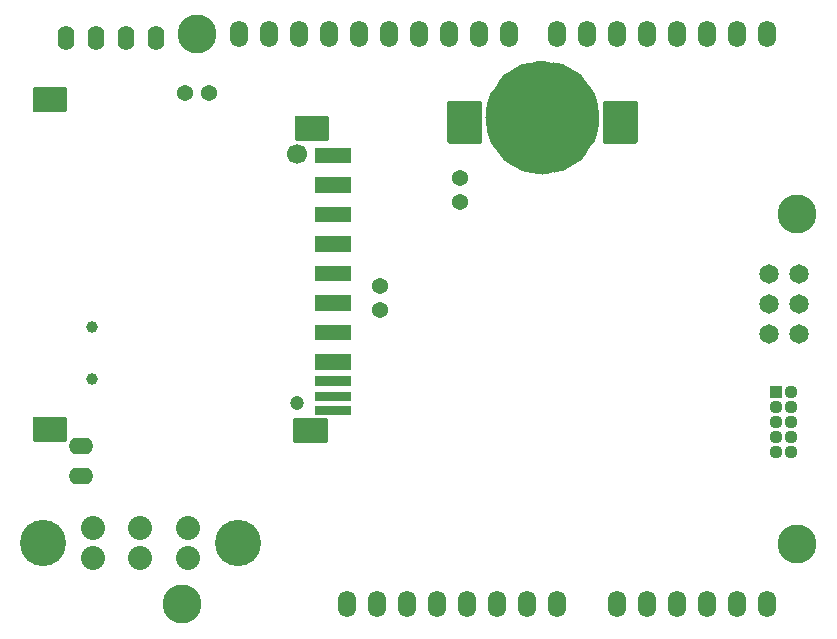
<source format=gbr>
%TF.GenerationSoftware,KiCad,Pcbnew,5.1.6-c6e7f7d~87~ubuntu20.04.1*%
%TF.CreationDate,2020-07-24T19:51:26+01:00*%
%TF.ProjectId,ETAG_GEN3,45544147-5f47-4454-9e33-2e6b69636164,rev?*%
%TF.SameCoordinates,Original*%
%TF.FileFunction,Soldermask,Bot*%
%TF.FilePolarity,Negative*%
%FSLAX46Y46*%
G04 Gerber Fmt 4.6, Leading zero omitted, Abs format (unit mm)*
G04 Created by KiCad (PCBNEW 5.1.6-c6e7f7d~87~ubuntu20.04.1) date 2020-07-24 19:51:26*
%MOMM*%
%LPD*%
G01*
G04 APERTURE LIST*
%ADD10C,4.064000*%
%ADD11C,3.300000*%
%ADD12C,1.651600*%
%ADD13O,1.524000X2.235200*%
%ADD14C,1.117600*%
%ADD15R,1.117600X1.117600*%
%ADD16C,1.700000*%
%ADD17C,1.200000*%
%ADD18C,1.000000*%
%ADD19C,3.911600*%
%ADD20C,2.032000*%
%ADD21C,1.371600*%
%ADD22O,1.422400X2.082800*%
%ADD23O,2.082800X1.422400*%
G04 APERTURE END LIST*
D10*
X161455100Y-87923600D02*
G75*
G03*
X161455100Y-87923600I-2794000J0D01*
G01*
D11*
%TO.C,@HOLE0*%
X180251100Y-96113600D03*
%TD*%
%TO.C,@HOLE1*%
X180251100Y-124053600D03*
%TD*%
%TO.C,@HOLE2*%
X129451100Y-80873600D03*
%TD*%
%TO.C,@HOLE3*%
X128181100Y-129133600D03*
%TD*%
D12*
%TO.C,ICSP6*%
X180378100Y-106273600D03*
X177838100Y-106273600D03*
X180378100Y-103733600D03*
X177838100Y-103733600D03*
X180378100Y-101193600D03*
X177838100Y-101193600D03*
%TD*%
D13*
%TO.C,HDR_IOL1*%
X159931100Y-80873600D03*
X162471100Y-80873600D03*
X165011100Y-80873600D03*
X167551100Y-80873600D03*
X170091100Y-80873600D03*
X172631100Y-80873600D03*
X175171100Y-80873600D03*
X177711100Y-80873600D03*
%TD*%
%TO.C,HDR_IOH1*%
X133007100Y-80873600D03*
X135547100Y-80873600D03*
X138087100Y-80873600D03*
X140627100Y-80873600D03*
X143167100Y-80873600D03*
X145707100Y-80873600D03*
X148247100Y-80873600D03*
X150787100Y-80873600D03*
X153327100Y-80873600D03*
X155867100Y-80873600D03*
%TD*%
%TO.C,HDR_AD1*%
X177711100Y-129133600D03*
X175171100Y-129133600D03*
X172631100Y-129133600D03*
X170091100Y-129133600D03*
X167551100Y-129133600D03*
X165011100Y-129133600D03*
%TD*%
%TO.C,HDR_POWER1*%
X159931100Y-129133600D03*
X157391100Y-129133600D03*
X154851100Y-129133600D03*
X152311100Y-129133600D03*
X149771100Y-129133600D03*
X147231100Y-129133600D03*
X144691100Y-129133600D03*
X142151100Y-129133600D03*
%TD*%
D14*
%TO.C,ICSP10*%
X179743100Y-116213600D03*
X178473100Y-116213600D03*
X179743100Y-114943600D03*
X178473100Y-114943600D03*
X179743100Y-113673600D03*
X178473100Y-113673600D03*
X179743100Y-112403600D03*
X178473100Y-112403600D03*
X179743100Y-111133600D03*
D15*
X178473100Y-111133600D03*
%TD*%
D16*
%TO.C,SD1*%
X137919100Y-91027600D03*
D17*
X137919100Y-112127600D03*
G36*
G01*
X137668300Y-89773320D02*
X137668300Y-87881880D01*
G75*
G02*
X137773380Y-87776800I105080J0D01*
G01*
X140464820Y-87776800D01*
G75*
G02*
X140569900Y-87881880I0J-105080D01*
G01*
X140569900Y-89773320D01*
G75*
G02*
X140464820Y-89878400I-105080J0D01*
G01*
X137773380Y-89878400D01*
G75*
G02*
X137668300Y-89773320I0J105080D01*
G01*
G37*
G36*
G01*
X139368300Y-111870227D02*
X139368300Y-111184973D01*
G75*
G02*
X139426473Y-111126800I58173J0D01*
G01*
X142411727Y-111126800D01*
G75*
G02*
X142469900Y-111184973I0J-58173D01*
G01*
X142469900Y-111870227D01*
G75*
G02*
X142411727Y-111928400I-58173J0D01*
G01*
X139426473Y-111928400D01*
G75*
G02*
X139368300Y-111870227I0J58173D01*
G01*
G37*
G36*
G01*
X139368300Y-91713320D02*
X139368300Y-90541880D01*
G75*
G02*
X139433380Y-90476800I65080J0D01*
G01*
X142404820Y-90476800D01*
G75*
G02*
X142469900Y-90541880I0J-65080D01*
G01*
X142469900Y-91713320D01*
G75*
G02*
X142404820Y-91778400I-65080J0D01*
G01*
X139433380Y-91778400D01*
G75*
G02*
X139368300Y-91713320I0J65080D01*
G01*
G37*
G36*
G01*
X139368300Y-99213320D02*
X139368300Y-98041880D01*
G75*
G02*
X139433380Y-97976800I65080J0D01*
G01*
X142404820Y-97976800D01*
G75*
G02*
X142469900Y-98041880I0J-65080D01*
G01*
X142469900Y-99213320D01*
G75*
G02*
X142404820Y-99278400I-65080J0D01*
G01*
X139433380Y-99278400D01*
G75*
G02*
X139368300Y-99213320I0J65080D01*
G01*
G37*
G36*
G01*
X139368300Y-94213320D02*
X139368300Y-93041880D01*
G75*
G02*
X139433380Y-92976800I65080J0D01*
G01*
X142404820Y-92976800D01*
G75*
G02*
X142469900Y-93041880I0J-65080D01*
G01*
X142469900Y-94213320D01*
G75*
G02*
X142404820Y-94278400I-65080J0D01*
G01*
X139433380Y-94278400D01*
G75*
G02*
X139368300Y-94213320I0J65080D01*
G01*
G37*
G36*
G01*
X139368300Y-101713320D02*
X139368300Y-100541880D01*
G75*
G02*
X139433380Y-100476800I65080J0D01*
G01*
X142404820Y-100476800D01*
G75*
G02*
X142469900Y-100541880I0J-65080D01*
G01*
X142469900Y-101713320D01*
G75*
G02*
X142404820Y-101778400I-65080J0D01*
G01*
X139433380Y-101778400D01*
G75*
G02*
X139368300Y-101713320I0J65080D01*
G01*
G37*
G36*
G01*
X139368300Y-96713320D02*
X139368300Y-95541880D01*
G75*
G02*
X139433380Y-95476800I65080J0D01*
G01*
X142404820Y-95476800D01*
G75*
G02*
X142469900Y-95541880I0J-65080D01*
G01*
X142469900Y-96713320D01*
G75*
G02*
X142404820Y-96778400I-65080J0D01*
G01*
X139433380Y-96778400D01*
G75*
G02*
X139368300Y-96713320I0J65080D01*
G01*
G37*
G36*
G01*
X139368300Y-104213320D02*
X139368300Y-103041880D01*
G75*
G02*
X139433380Y-102976800I65080J0D01*
G01*
X142404820Y-102976800D01*
G75*
G02*
X142469900Y-103041880I0J-65080D01*
G01*
X142469900Y-104213320D01*
G75*
G02*
X142404820Y-104278400I-65080J0D01*
G01*
X139433380Y-104278400D01*
G75*
G02*
X139368300Y-104213320I0J65080D01*
G01*
G37*
G36*
G01*
X139368300Y-106713320D02*
X139368300Y-105541880D01*
G75*
G02*
X139433380Y-105476800I65080J0D01*
G01*
X142404820Y-105476800D01*
G75*
G02*
X142469900Y-105541880I0J-65080D01*
G01*
X142469900Y-106713320D01*
G75*
G02*
X142404820Y-106778400I-65080J0D01*
G01*
X139433380Y-106778400D01*
G75*
G02*
X139368300Y-106713320I0J65080D01*
G01*
G37*
G36*
G01*
X139368300Y-109213320D02*
X139368300Y-108041880D01*
G75*
G02*
X139433380Y-107976800I65080J0D01*
G01*
X142404820Y-107976800D01*
G75*
G02*
X142469900Y-108041880I0J-65080D01*
G01*
X142469900Y-109213320D01*
G75*
G02*
X142404820Y-109278400I-65080J0D01*
G01*
X139433380Y-109278400D01*
G75*
G02*
X139368300Y-109213320I0J65080D01*
G01*
G37*
G36*
G01*
X139368300Y-110570227D02*
X139368300Y-109884973D01*
G75*
G02*
X139426473Y-109826800I58173J0D01*
G01*
X142411727Y-109826800D01*
G75*
G02*
X142469900Y-109884973I0J-58173D01*
G01*
X142469900Y-110570227D01*
G75*
G02*
X142411727Y-110628400I-58173J0D01*
G01*
X139426473Y-110628400D01*
G75*
G02*
X139368300Y-110570227I0J58173D01*
G01*
G37*
G36*
G01*
X139368300Y-113070227D02*
X139368300Y-112384973D01*
G75*
G02*
X139426473Y-112326800I58173J0D01*
G01*
X142411727Y-112326800D01*
G75*
G02*
X142469900Y-112384973I0J-58173D01*
G01*
X142469900Y-113070227D01*
G75*
G02*
X142411727Y-113128400I-58173J0D01*
G01*
X139426473Y-113128400D01*
G75*
G02*
X139368300Y-113070227I0J58173D01*
G01*
G37*
G36*
G01*
X137568300Y-115373320D02*
X137568300Y-113481880D01*
G75*
G02*
X137673380Y-113376800I105080J0D01*
G01*
X140364820Y-113376800D01*
G75*
G02*
X140469900Y-113481880I0J-105080D01*
G01*
X140469900Y-115373320D01*
G75*
G02*
X140364820Y-115478400I-105080J0D01*
G01*
X137673380Y-115478400D01*
G75*
G02*
X137568300Y-115373320I0J105080D01*
G01*
G37*
G36*
G01*
X115498300Y-87373320D02*
X115498300Y-85481880D01*
G75*
G02*
X115603380Y-85376800I105080J0D01*
G01*
X118294820Y-85376800D01*
G75*
G02*
X118399900Y-85481880I0J-105080D01*
G01*
X118399900Y-87373320D01*
G75*
G02*
X118294820Y-87478400I-105080J0D01*
G01*
X115603380Y-87478400D01*
G75*
G02*
X115498300Y-87373320I0J105080D01*
G01*
G37*
G36*
G01*
X115498300Y-115273320D02*
X115498300Y-113381880D01*
G75*
G02*
X115603380Y-113276800I105080J0D01*
G01*
X118294820Y-113276800D01*
G75*
G02*
X118399900Y-113381880I0J-105080D01*
G01*
X118399900Y-115273320D01*
G75*
G02*
X118294820Y-115378400I-105080J0D01*
G01*
X115603380Y-115378400D01*
G75*
G02*
X115498300Y-115273320I0J105080D01*
G01*
G37*
%TD*%
D18*
%TO.C,USB1*%
X120515100Y-110035600D03*
X120515100Y-105635600D03*
%TD*%
%TO.C,BAT1*%
G36*
G01*
X156630300Y-90151320D02*
X156630300Y-86495880D01*
G75*
G02*
X156833380Y-86292800I203080J0D01*
G01*
X160488820Y-86292800D01*
G75*
G02*
X160691900Y-86495880I0J-203080D01*
G01*
X160691900Y-90151320D01*
G75*
G02*
X160488820Y-90354400I-203080J0D01*
G01*
X156833380Y-90354400D01*
G75*
G02*
X156630300Y-90151320I0J203080D01*
G01*
G37*
G36*
G01*
X163760300Y-89974320D02*
X163760300Y-86672880D01*
G75*
G02*
X163910380Y-86522800I150080J0D01*
G01*
X166611820Y-86522800D01*
G75*
G02*
X166761900Y-86672880I0J-150080D01*
G01*
X166761900Y-89974320D01*
G75*
G02*
X166611820Y-90124400I-150080J0D01*
G01*
X163910380Y-90124400D01*
G75*
G02*
X163760300Y-89974320I0J150080D01*
G01*
G37*
G36*
G01*
X150560300Y-89974320D02*
X150560300Y-86672880D01*
G75*
G02*
X150710380Y-86522800I150080J0D01*
G01*
X153411820Y-86522800D01*
G75*
G02*
X153561900Y-86672880I0J-150080D01*
G01*
X153561900Y-89974320D01*
G75*
G02*
X153411820Y-90124400I-150080J0D01*
G01*
X150710380Y-90124400D01*
G75*
G02*
X150560300Y-89974320I0J150080D01*
G01*
G37*
%TD*%
D19*
%TO.C,SW1*%
X132875100Y-123926600D03*
X116375100Y-123926600D03*
D20*
X128625100Y-125176600D03*
X128625100Y-122676600D03*
X124625100Y-125176600D03*
X124625100Y-122676600D03*
X120625100Y-125176600D03*
X120625100Y-122676600D03*
%TD*%
D21*
%TO.C,CE2*%
X151711100Y-95089600D03*
X151711100Y-93057600D03*
%TD*%
D22*
%TO.C,JPA1*%
X125981100Y-81173600D03*
X123441100Y-81173600D03*
%TD*%
D21*
%TO.C,CE1*%
X128395100Y-85873600D03*
X130427100Y-85873600D03*
%TD*%
D22*
%TO.C,JPB1*%
X120901100Y-81173600D03*
X118361100Y-81173600D03*
%TD*%
D23*
%TO.C,JP_PWR1*%
X119611100Y-115703600D03*
X119611100Y-118243600D03*
%TD*%
D21*
%TO.C,CE3*%
X144911100Y-102157600D03*
X144911100Y-104189600D03*
%TD*%
M02*

</source>
